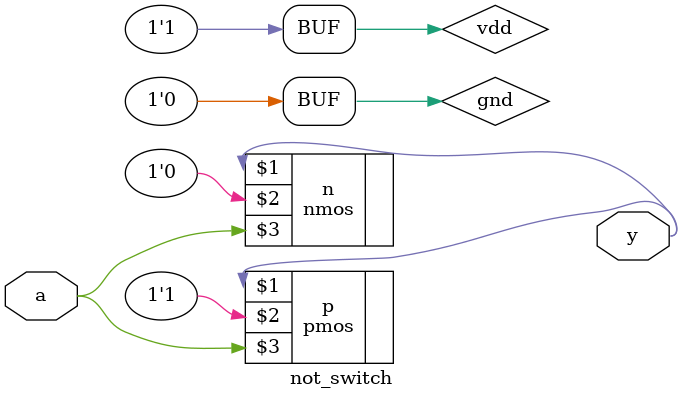
<source format=v>
`timescale 1ns / 1ps


module not_switch(input a,output y);
supply0 gnd;
supply1 vdd;
pmos p(y,vdd,a);
nmos n(y,gnd,a);
endmodule

</source>
